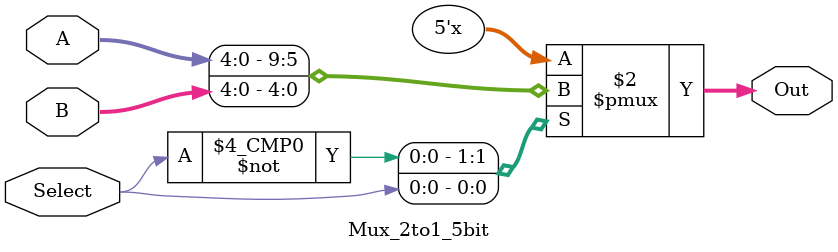
<source format=v>
module Mux_2to1_5bit (A, B , Select, Out);
	input [4:0] A;              
   input [4:0] B;
	input  Select;
	output reg [4:0] Out;
	
parameter In_0 = 1'b0;
parameter In_1 = 1'b1;
always @(*)
begin
	case(Select)
	In_0:
			Out = A;
	In_1: 
			Out = B;
			
	endcase
end
endmodule

</source>
